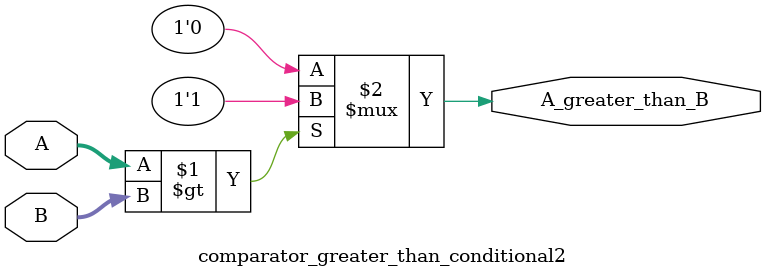
<source format=v>
module comparator_greater_than_conditional2(A, B, A_greater_than_B);    // 3
    input [1:0] A, B;                                                   // 4
    output A_greater_than_B;                                            // 5
    assign A_greater_than_B = (A > B) ? 1'b1 : 1'b0;                    // 7
endmodule                                                               // 8

</source>
